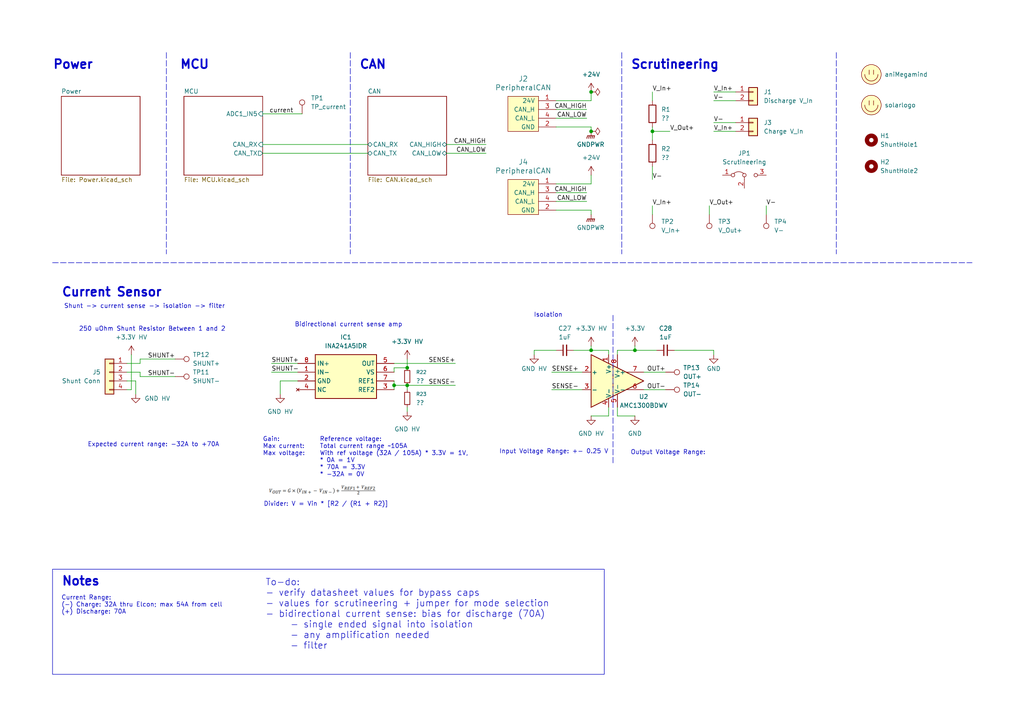
<source format=kicad_sch>
(kicad_sch (version 20250114) (generator "eeschema") (generator_version "9.0")
  (paper "A4")
  (lib_symbols
    (symbol "Amplifier_Difference:AMC1300BDWV" (pin_names (offset 0.127))
      (property "Reference" "U" (at 7.62 8.89 0))
      (property "Value" "AMC1300BDWV" (at 1.27 6.35 0))
      (symbol "AMC1300BDWV_0_1"
        (polyline (pts (xy -7.62 -7.62) (xy -7.62 7.62) (xy 7.62 0) (xy -7.62 -7.62)) (stroke (width 0.254)) (fill (type background)))
        (polyline (pts (xy -1.27 4.445) (xy -1.27 3.175)))
        (polyline (pts (xy -1.27 1.905) (xy -1.27 0.635)))
        (polyline (pts (xy -1.27 -0.635) (xy -1.27 -1.905)))
        (polyline (pts (xy -1.27 -3.175) (xy -1.27 -4.445)))
      )
      (symbol "AMC1300BDWV_1_1"
        (pin input line (at -10.16 2.54 0) (length 2.54) (name "+") (number "2"))
        (pin input line (at -10.16 -2.54 0) (length 2.54) (name "-") (number "3"))
        (pin power_in line (at -2.54 7.62 270) (length 2.54) (name "V+") (number "1"))
        (pin power_in line (at -2.54 -7.62 90) (length 2.54) (name "V-") (number "4"))
        (pin power_in line (at 0 7.62 270) (length 3.81) (name "V+") (number "8"))
        (pin power_in line (at 0 -7.62 90) (length 3.81) (name "V-") (number "5"))
        (pin output line (at 7.62 2.54 180) (length 5.08) (name "+") (number "7"))
        (pin output line (at 7.62 -2.54 180) (length 5.08) (name "-") (number "6"))
      )
    )
    (symbol "Connector:TestPoint" (pin_numbers (hide yes)) (pin_names (offset 0.762) (hide yes))
      (property "Reference" "TP" (at 0 6.858 0))
      (property "Value" "TestPoint" (at 0 5.08 0))
      (symbol "TestPoint_0_1"
        (circle (center 0 3.302) (radius 0.762))
      )
      (symbol "TestPoint_1_1"
        (pin passive line (at 0 0 90) (length 2.54) (name "1") (number "1"))
      )
    )
    (symbol "Connector_Generic:Conn_01x02" (pin_names (offset 1.016) (hide yes))
      (property "Reference" "J" (at 0 2.54 0))
      (property "Value" "Conn_01x02" (at 0 -5.08 0))
      (symbol "Conn_01x02_1_1"
        (rectangle (start -1.27 1.27) (end 1.27 -3.81) (stroke (width 0.254)) (fill (type background)))
        (rectangle (start -1.27 0.127) (end 0 -0.127) (stroke (width 0.1524)))
        (rectangle (start -1.27 -2.413) (end 0 -2.667) (stroke (width 0.1524)))
        (pin passive line (at -5.08 0 0) (length 3.81) (name "Pin_1") (number "1"))
        (pin passive line (at -5.08 -2.54 0) (length 3.81) (name "Pin_2") (number "2"))
      )
    )
    (symbol "Connector_Generic:Conn_01x04" (pin_names (offset 1.016) (hide yes))
      (property "Reference" "J" (at 0 5.08 0))
      (property "Value" "Conn_01x04" (at 0 -7.62 0))
      (symbol "Conn_01x04_1_1"
        (rectangle (start -1.27 3.81) (end 1.27 -6.35) (stroke (width 0.254)) (fill (type background)))
        (rectangle (start -1.27 2.667) (end 0 2.413) (stroke (width 0.1524)))
        (rectangle (start -1.27 0.127) (end 0 -0.127) (stroke (width 0.1524)))
        (rectangle (start -1.27 -2.413) (end 0 -2.667) (stroke (width 0.1524)))
        (rectangle (start -1.27 -4.953) (end 0 -5.207) (stroke (width 0.1524)))
        (pin passive line (at -5.08 2.54 0) (length 3.81) (name "Pin_1") (number "1"))
        (pin passive line (at -5.08 0 0) (length 3.81) (name "Pin_2") (number "2"))
        (pin passive line (at -5.08 -2.54 0) (length 3.81) (name "Pin_3") (number "3"))
        (pin passive line (at -5.08 -5.08 0) (length 3.81) (name "Pin_4") (number "4"))
      )
    )
    (symbol "Device:C" (pin_numbers (hide yes)) (pin_names (offset 0.254))
      (property "Reference" "C" (at 0.635 2.54 0))
      (property "Value" "C" (at 0.635 -2.54 0))
      (symbol "C_0_1"
        (polyline (pts (xy -2.032 0.762) (xy 2.032 0.762)) (stroke (width 0.508)))
        (polyline (pts (xy -2.032 -0.762) (xy 2.032 -0.762)) (stroke (width 0.508)))
      )
      (symbol "C_1_1"
        (pin passive line (at 0 3.81 270) (length 2.794) (name "~") (number "1"))
        (pin passive line (at 0 -3.81 90) (length 2.794) (name "~") (number "2"))
      )
    )
    (symbol "Device:C_Small" (pin_numbers (hide yes)) (pin_names (offset 0.254) (hide yes))
      (property "Reference" "C" (at 0.254 1.778 0))
      (property "Value" "C_Small" (at 0.254 -2.032 0))
      (symbol "C_Small_0_1"
        (polyline (pts (xy -1.524 0.508) (xy 1.524 0.508)) (stroke (width 0.3048)))
        (polyline (pts (xy -1.524 -0.508) (xy 1.524 -0.508)) (stroke (width 0.3302)))
      )
      (symbol "C_Small_1_1"
        (pin passive line (at 0 2.54 270) (length 2.032) (name "~") (number "1"))
        (pin passive line (at 0 -2.54 90) (length 2.032) (name "~") (number "2"))
      )
    )
    (symbol "Device:R" (pin_numbers (hide yes)) (pin_names (offset 0))
      (property "Reference" "R" (at 2.032 0 90))
      (property "Value" "R" (at 0 0 90))
      (symbol "R_0_1"
        (rectangle (start -1.016 -2.54) (end 1.016 2.54) (stroke (width 0.254)))
      )
      (symbol "R_1_1"
        (pin passive line (at 0 3.81 270) (length 1.27) (name "~") (number "1"))
        (pin passive line (at 0 -3.81 90) (length 1.27) (name "~") (number "2"))
      )
    )
    (symbol "Device:R_Small" (pin_numbers (hide yes)) (pin_names (offset 0.254) (hide yes))
      (property "Reference" "R" (at 0 0 90))
      (property "Value" "R_Small" (at 1.778 0 90))
      (symbol "R_Small_0_1"
        (rectangle (start -0.762 1.778) (end 0.762 -1.778) (stroke (width 0.2032)))
      )
      (symbol "R_Small_1_1"
        (pin passive line (at 0 2.54 270) (length 0.762) (name "~") (number "1"))
        (pin passive line (at 0 -2.54 90) (length 0.762) (name "~") (number "2"))
      )
    )
    (symbol "Device:R_Small_US" (pin_numbers (hide yes)) (pin_names (offset 0.254) (hide yes))
      (property "Reference" "R" (at 0.762 0.508 0))
      (property "Value" "R_Small_US" (at 0.762 -1.016 0))
      (symbol "R_Small_US_1_1"
        (polyline (pts (xy 0 1.524) (xy 1.016 1.143) (xy 0 0.762) (xy -1.016 0.381) (xy 0 0)))
        (polyline (pts (xy 0 0) (xy 1.016 -0.381) (xy 0 -0.762) (xy -1.016 -1.143) (xy 0 -1.524)))
        (pin passive line (at 0 2.54 270) (length 1.016) (name "~") (number "1"))
        (pin passive line (at 0 -2.54 90) (length 1.016) (name "~") (number "2"))
      )
    )
    (symbol "GND_2" (power) (pin_numbers (hide yes)) (pin_names (offset 0) (hide yes))
      (property "Value" "GND" (at 0 -3.81 0))
      (symbol "GND_2_0_1"
        (polyline (pts (xy 0 0) (xy 0 -1.27) (xy 1.27 -1.27) (xy 0 -2.54) (xy -1.27 -1.27) (xy 0 -1.27)))
      )
      (symbol "GND_2_1_1"
        (pin power_in line (at 0 0 270) (length 0) (name "~") (number "1"))
      )
    )
    (symbol "INA145:INA145UA_2K5" (pin_names (offset 0.254))
      (property "Reference" "U" (at 27.94 10.16 0))
      (property "Value" "INA145UA/2K5" (at 27.94 7.62 0))
      (symbol "INA145UA_2K5_0_1"
        (polyline (pts (xy 7.62 5.08) (xy 7.62 -12.7)) (stroke (width 0.127)))
        (polyline (pts (xy 7.62 -12.7) (xy 48.26 -12.7)) (stroke (width 0.127)))
        (polyline (pts (xy 48.26 5.08) (xy 7.62 5.08)) (stroke (width 0.127)))
        (polyline (pts (xy 48.26 -12.7) (xy 48.26 5.08)) (stroke (width 0.127)))
        (pin unspecified line (at 0 0 0) (length 7.62) (name "REF") (number "1"))
        (pin input line (at 0 -2.54 0) (length 7.62) (name "V-IN") (number "2"))
        (pin input line (at 0 -5.08 0) (length 7.62) (name "V+IN") (number "3"))
        (pin power_in line (at 0 -7.62 0) (length 7.62) (name "V-") (number "4"))
        (pin output line (at 55.88 0 180) (length 7.62) (name "VO1") (number "8"))
        (pin power_in line (at 55.88 -2.54 180) (length 7.62) (name "V+") (number "7"))
        (pin output line (at 55.88 -5.08 180) (length 7.62) (name "VO") (number "6"))
        (pin unspecified line (at 55.88 -7.62 180) (length 7.62) (name "RG") (number "5"))
      )
    )
    (symbol "INA241:INA241A5IDR"
      (property "Reference" "IC1" (at 13.97 7.62 0))
      (property "Value" "INA241A5IDR" (at 13.97 5.08 0))
      (symbol "INA241A5IDR_1_1"
        (rectangle (start 5.08 2.54) (end 22.86 -10.16) (stroke (width 0.254)) (fill (type background)))
        (pin passive line (at 0 0 0) (length 5.08) (name "IN+") (number "8"))
        (pin passive line (at 0 -2.54 0) (length 5.08) (name "IN-") (number "1"))
        (pin passive line (at 0 -5.08 0) (length 5.08) (name "GND") (number "2"))
        (pin no_connect line (at 0 -7.62 0) (length 5.08) (name "NC") (number "4"))
        (pin passive line (at 27.94 0 180) (length 5.08) (name "OUT") (number "5"))
        (pin passive line (at 27.94 -2.54 180) (length 5.08) (name "VS") (number "6"))
        (pin passive line (at 27.94 -5.08 180) (length 5.08) (name "REF1") (number "7"))
        (pin passive line (at 27.94 -7.62 180) (length 5.08) (name "REF2") (number "3"))
      )
    )
    (symbol "Jumper:Jumper_3_Bridged12" (pin_names (offset 0) (hide yes)) (in_bom no)
      (property "Reference" "JP" (at -2.54 -2.54 0))
      (property "Value" "Jumper_3_Bridged12" (at 0 2.794 0))
      (symbol "Jumper_3_Bridged12_0_0"
        (circle (center -3.302 0) (radius 0.508))
        (circle (center 0 0) (radius 0.508))
        (circle (center 3.302 0) (radius 0.508))
      )
      (symbol "Jumper_3_Bridged12_0_1"
        (arc (start -3.048 0.508) (mid -1.651 0.9912) (end -0.254 0.508))
        (polyline (pts (xy 0 -1.27) (xy 0 -0.508)))
      )
      (symbol "Jumper_3_Bridged12_1_1"
        (pin passive line (at -6.35 0 0) (length 2.54) (name "A") (number "1"))
        (pin passive line (at 0 -3.81 90) (length 2.54) (name "C") (number "2"))
        (pin passive line (at 6.35 0 180) (length 2.54) (name "B") (number "3"))
      )
    )
    (symbol "Mechanical:MountingHole" (pin_names (offset 1.016)) (in_bom no)
      (property "Reference" "H" (at 0 5.08 0))
      (property "Value" "MountingHole" (at 0 3.175 0))
      (symbol "MountingHole_0_1"
        (circle (center 0 0) (radius 1.27) (stroke (width 1.27)))
      )
    )
    (symbol "RBE01:RBE01VYM6AFHTR" (pin_names (hide yes))
      (property "Reference" "D" (at 12.7 8.89 0))
      (property "Value" "RBE01VYM6AFHTR" (at 12.7 6.35 0))
      (symbol "RBE01VYM6AFHTR_1_1"
        (polyline (pts (xy 5.08 0) (xy 7.62 0)) (stroke (width 0.254)))
        (polyline (pts (xy 6.604 -1.524) (xy 6.604 -2.54)) (stroke (width 0.254)))
        (polyline (pts (xy 7.62 2.54) (xy 7.62 -2.54)) (stroke (width 0.254)))
        (polyline (pts (xy 7.62 2.54) (xy 8.636 2.54)) (stroke (width 0.254)))
        (polyline (pts (xy 7.62 0) (xy 12.7 2.54) (xy 12.7 -2.54) (xy 7.62 0)) (stroke (width 0.254)) (fill (type outline)))
        (polyline (pts (xy 7.62 -2.54) (xy 6.604 -2.54)) (stroke (width 0.254)))
        (polyline (pts (xy 8.636 1.524) (xy 8.636 2.54)) (stroke (width 0.254)))
        (polyline (pts (xy 12.7 0) (xy 15.24 0)) (stroke (width 0.254)))
        (pin passive line (at 2.54 0 0) (length 2.54) (name "K") (number "1"))
        (pin passive line (at 17.78 0 180) (length 2.54) (name "A") (number "2"))
      )
    )
    (symbol "power:+24V" (power) (pin_numbers (hide yes)) (pin_names (offset 0) (hide yes))
      (property "Value" "+24V" (at 0 3.556 0))
      (symbol "+24V_0_1"
        (polyline (pts (xy -0.762 1.27) (xy 0 2.54)))
        (polyline (pts (xy 0 2.54) (xy 0.762 1.27)))
        (polyline (pts (xy 0 0) (xy 0 2.54)))
      )
      (symbol "+24V_1_1"
        (pin power_in line (at 0 0 90) (length 0) (name "~") (number "1"))
      )
    )
    (symbol "power:+3.3V" (power) (pin_numbers (hide yes)) (pin_names (offset 0) (hide yes))
      (property "Value" "+3.3V" (at 0 3.556 0))
      (symbol "+3.3V_0_1"
        (polyline (pts (xy -0.762 1.27) (xy 0 2.54)))
        (polyline (pts (xy 0 2.54) (xy 0.762 1.27)))
        (polyline (pts (xy 0 0) (xy 0 2.54)))
      )
      (symbol "+3.3V_1_1"
        (pin power_in line (at 0 0 90) (length 0) (name "~") (number "1"))
      )
    )
    (symbol "power:GND" (power) (pin_numbers (hide yes)) (pin_names (offset 0) (hide yes))
      (property "Value" "GND" (at 0 -3.81 0))
      (symbol "GND_0_1"
        (polyline (pts (xy 0 0) (xy 0 -1.27) (xy 1.27 -1.27) (xy 0 -2.54) (xy -1.27 -1.27) (xy 0 -1.27)))
      )
      (symbol "GND_1_1"
        (pin power_in line (at 0 0 270) (length 0) (name "~") (number "1"))
      )
    )
    (symbol "power:GNDPWR" (power) (pin_numbers (hide yes)) (pin_names (offset 0) (hide yes))
      (property "Value" "GNDPWR" (at 0 -3.302 0))
      (symbol "GNDPWR_0_1"
        (polyline (pts (xy -1.016 -1.27) (xy -1.27 -2.032) (xy -1.27 -2.032)) (stroke (width 0.2032)))
        (polyline (pts (xy -0.508 -1.27) (xy -0.762 -2.032) (xy -0.762 -2.032)) (stroke (width 0.2032)))
        (polyline (pts (xy 0 -1.27) (xy 0 0)))
        (polyline (pts (xy 0 -1.27) (xy -0.254 -2.032) (xy -0.254 -2.032)) (stroke (width 0.2032)))
        (polyline (pts (xy 0.508 -1.27) (xy 0.254 -2.032) (xy 0.254 -2.032)) (stroke (width 0.2032)))
        (polyline (pts (xy 1.016 -1.27) (xy -1.016 -1.27) (xy -1.016 -1.27)) (stroke (width 0.2032)))
        (polyline (pts (xy 1.016 -1.27) (xy 0.762 -2.032) (xy 0.762 -2.032) (xy 0.762 -2.032)) (stroke (width 0.2032)))
      )
      (symbol "GNDPWR_1_1"
        (pin power_in line (at 0 0 270) (length 0) (name "~") (number "1"))
      )
    )
    (symbol "power:PWR_FLAG" (power) (pin_numbers (hide yes)) (pin_names (offset 0) (hide yes))
      (property "Value" "PWR_FLAG" (at 0 3.81 0))
      (symbol "PWR_FLAG_0_0"
        (pin power_out line (at 0 0 90) (length 0) (name "~") (number "1"))
      )
      (symbol "PWR_FLAG_0_1"
        (polyline (pts (xy 0 0) (xy 0 1.27) (xy -1.016 1.905) (xy 0 2.54) (xy 1.016 1.905) (xy 0 1.27)))
      )
    )
    (symbol "utsvt-connectors:PeripheralCANConnector" (pin_names (offset 1.016))
      (property "Reference" "J" (at 0.762 9.144 0))
      (property "Value" "PeripheralCAN" (at 8.128 6.858 0))
      (symbol "PeripheralCANConnector_0_1"
        (rectangle (start -3.81 5.08) (end 5.08 -5.08) (fill (type background)))
      )
      (symbol "PeripheralCANConnector_1_1"
        (pin power_in line (at 10.16 3.81 180) (length 5.08) (name "24V") (number "1"))
        (pin bidirectional line (at 10.16 1.27 180) (length 5.08) (name "CAN_H") (number "3"))
        (pin bidirectional line (at 10.16 -1.27 180) (length 5.08) (name "CAN_L") (number "4"))
        (pin power_in line (at 10.16 -3.81 180) (length 5.08) (name "GND") (number "2"))
      )
    )
    (symbol "utsvt-misc:Logo_Placeholder" (pin_names (offset 1.016))
      (property "Value" "Dr. Hallock" (at 3.556 0 0))
      (symbol "Logo_Placeholder_0_1"
        (polyline (pts (xy -0.635 1.27) (xy -0.635 0)))
        (arc (start 1.905 0) (mid 0 -1.8967) (end -1.905 0))
        (circle (center 0 0) (radius 2.8448) (fill (type background)))
        (polyline (pts (xy 0.635 1.27) (xy 0.635 0)))
      )
    )
  )
  (rectangle (start 15.24 165.1) (end 175.26 195.58))
  (text "Maximum Voltage Protected: -2.7V - 6V" (at 430.276 128.27 0) (effects (font (size 1.27 1.27))))
  (text "Scrutineering" (at 182.88 20.32 0) (effects (font (size 2.54 2.54) (thickness 0.508) (bold yes)) (justify left bottom)))
  (text "Shunt -> current sense -> isolation -> filter" (at 18.542 88.9 0) (effects (font (size 1.27 1.27)) (justify left)))
  (text "Output Voltage Range: 0V - 3.25V" (at 394.462 115.062 0) (effects (font (size 1.27 1.27))))
  (text "Total Gain (V/A): 0.027" (at 330.454 124.714 0) (effects (font (size 1.27 1.27))))
  (text "Isolation" (at 159.004 91.44 0) (effects (font (size 1.27 1.27))))
  (text "Output Voltage Range: " (at 182.88 130.556 0) (effects (font (size 1.27 1.27)) (justify left top)))
  (text "Bidirectional current sense amp" (at 101.092 94.234 0) (effects (font (size 1.27 1.27))))
  (text "Notes" (at 17.78 170.18 0) (effects (font (size 2.54 2.54) (thickness 0.508) (bold yes)) (justify left bottom)))
  (text "CAN" (at 104.14 20.32 0) (effects (font (size 2.54 2.54) (thickness 0.508) (bold yes)) (justify left bottom)))
  (text "Power" (at 15.24 20.32 0) (effects (font (size 2.54 2.54) (thickness 0.508) (bold yes)) (justify left bottom)))
  (text "Set cutoff frequency to < 100Hz" (at 336.55 71.628 0) (effects (font (size 1.27 1.27))))
  (text "Set cutoff frequency to < 100Hz" (at 331.978 115.062 0) (effects (font (size 1.27 1.27))))
  (text "Input Voltage Range: +- 0.25 V" (at 144.78 130.302 0) (effects (font (size 1.27 1.27)) (justify left top)))
  (text "Set cutoff frequency to < 100Hz" (at 436.626 84.328 0) (effects (font (size 1.27 1.27))))
  (text "Gain:\nMax current:\nMax voltage:\n" (at 76.2 126.746 0) (effects (font (size 1.27 1.27)) (justify left top)))
  (text "Current Sensor" (at 17.78 86.36 0) (effects (font (size 2.54 2.54) (thickness 0.508) (bold yes)) (justify left bottom)))
  (text "MCU" (at 52.07 20.32 0) (effects (font (size 2.54 2.54) (thickness 0.508) (bold yes)) (justify left bottom)))
  (text "Divider: V = Vin * [R2 / (R1 + R2)]" (at 76.454 145.542 0) (effects (font (size 1.27 1.27)) (justify left top)))
  (text "Current Range:\n(-) Charge: 32A thru Elcon; max 54A from cell\n(+) Discharge: 70A" (at 17.78 172.72 0) (effects (font (size 1.27 1.27)) (justify left top)))
  (text "Expected current range: -32A to +70A" (at 25.4 128.27 0) (effects (font (size 1.27 1.27)) (justify left top)))
  (text "Reference voltage:\nTotal current range ~105A\nWith ref voltage (32A / 105A) * 3.3V = 1V,\n* 0A = 1V\n* 70A = 3.3V\n* -32A = 0V" (at 92.71 126.746 0) (effects (font (size 1.27 1.27)) (justify left top)))
  (text "250 uOhm Shunt Resistor Between 1 and 2\n" (at 22.86 95.504 0) (effects (font (size 1.27 1.27)) (justify left)))
  (text "To-do:\n- verify datasheet values for bypass caps\n- values for scrutineering + jumper for mode selection\n- bidirectional current sense: bias for discharge (70A)\n	- single ended signal into isolation\n	- any amplification needed\n	- filter" (at 76.962 167.894 0) (effects (font (size 1.905 1.905)) (justify left top)))
  (text "Max Protected Current: 222A" (at 332.994 128.27 0) (effects (font (size 1.27 1.27))))
  (junction (at 430.53 104.14))
  (junction (at 171.45 101.6))
  (junction (at 411.48 86.36))
  (junction (at 184.15 101.6))
  (junction (at 335.28 99.06))
  (junction (at 171.45 26.67))
  (junction (at 431.8 101.6))
  (junction (at 114.3 111.76))
  (junction (at 189.23 38.1))
  (junction (at 431.8 95.25))
  (junction (at 416.56 104.14))
  (junction (at 335.28 106.68))
  (junction (at 171.45 38.1))
  (junction (at 118.11 106.68))
  (junction (at 118.11 111.76))
  (junction (at 416.56 109.22))
  (junction (at 411.48 95.25))
  (no_connect (at 410.21 99.06))
  (wire (pts (xy 39.37 110.49) (xy 39.37 114.3)))
  (wire (pts (xy 161.29 34.29) (xy 170.18 34.29)))
  (wire (pts (xy 129.54 41.91) (xy 140.97 41.91)))
  (wire (pts (xy 189.23 38.1) (xy 189.23 40.64)))
  (wire (pts (xy 179.07 101.6) (xy 184.15 101.6)))
  (wire (pts (xy 349.25 106.68) (xy 335.28 106.68)))
  (wire (pts (xy 327.66 82.55) (xy 327.66 83.82)))
  (wire (pts (xy 184.15 100.33) (xy 184.15 101.6)))
  (wire (pts (xy 114.3 111.76) (xy 118.11 111.76)))
  (wire (pts (xy 76.2 44.45) (xy 106.68 44.45)))
  (wire (pts (xy 179.07 118.11) (xy 179.07 120.65)))
  (wire (pts (xy 161.29 36.83) (xy 171.45 36.83)))
  (wire (pts (xy 431.8 95.25) (xy 431.8 101.6)))
  (wire (pts (xy 114.3 106.68) (xy 118.11 106.68)))
  (wire (pts (xy 78.74 107.95) (xy 86.36 107.95)))
  (wire (pts (xy 327.66 78.74) (xy 330.2 78.74)))
  (wire (pts (xy 76.2 33.02) (xy 87.63 33.02)))
  (wire (pts (xy 171.45 26.67) (xy 171.45 29.21)))
  (wire (pts (xy 195.58 101.6) (xy 207.01 101.6)))
  (wire (pts (xy 205.74 59.69) (xy 205.74 62.23)))
  (wire (pts (xy 36.83 110.49) (xy 39.37 110.49)))
  (wire (pts (xy 118.11 106.68) (xy 118.11 104.14)))
  (wire (pts (xy 176.53 120.65) (xy 171.45 120.65)))
  (wire (pts (xy 161.29 60.96) (xy 171.45 60.96)))
  (wire (pts (xy 353.06 92.71) (xy 353.06 99.06)))
  (wire (pts (xy 325.12 82.55) (xy 327.66 82.55)))
  (wire (pts (xy 118.11 111.76) (xy 132.08 111.76)))
  (wire (pts (xy 189.23 59.69) (xy 189.23 62.23)))
  (wire (pts (xy 176.53 118.11) (xy 176.53 120.65)))
  (wire (pts (xy 207.01 26.67) (xy 213.36 26.67)))
  (wire (pts (xy 36.83 105.41) (xy 40.64 105.41)))
  (wire (pts (xy 161.29 55.88) (xy 170.18 55.88)))
  (wire (pts (xy 431.8 101.6) (xy 431.8 104.14)))
  (wire (pts (xy 416.56 109.22) (xy 410.21 109.22)))
  (wire (pts (xy 410.21 104.14) (xy 416.56 104.14)))
  (wire (pts (xy 349.25 104.14) (xy 354.33 104.14)))
  (wire (pts (xy 171.45 100.33) (xy 171.45 101.6)))
  (polyline (pts (xy 48.26 15.24) (xy 48.26 73.66)) (stroke (width 0) (type dash)))
  (wire (pts (xy 171.45 101.6) (xy 176.53 101.6)))
  (wire (pts (xy 179.07 101.6) (xy 179.07 102.87)))
  (wire (pts (xy 118.11 111.76) (xy 118.11 113.03)))
  (wire (pts (xy 189.23 38.1) (xy 194.31 38.1)))
  (wire (pts (xy 207.01 29.21) (xy 213.36 29.21)))
  (wire (pts (xy 160.02 107.95) (xy 168.91 107.95)))
  (wire (pts (xy 436.88 95.25) (xy 441.96 95.25)))
  (wire (pts (xy 171.45 36.83) (xy 171.45 38.1)))
  (wire (pts (xy 184.15 101.6) (xy 190.5 101.6)))
  (wire (pts (xy 40.64 105.41) (xy 40.64 104.14)))
  (wire (pts (xy 171.45 29.21) (xy 161.29 29.21)))
  (wire (pts (xy 36.83 113.03) (xy 38.1 113.03)))
  (wire (pts (xy 114.3 111.76) (xy 114.3 113.03)))
  (wire (pts (xy 81.28 110.49) (xy 81.28 114.3)))
  (wire (pts (xy 154.94 101.6) (xy 154.94 102.87)))
  (wire (pts (xy 38.1 113.03) (xy 38.1 102.87)))
  (wire (pts (xy 171.45 53.34) (xy 161.29 53.34)))
  (wire (pts (xy 189.23 36.83) (xy 189.23 38.1)))
  (wire (pts (xy 186.69 107.95) (xy 193.04 107.95)))
  (wire (pts (xy 325.12 80.01) (xy 327.66 80.01)))
  (wire (pts (xy 161.29 58.42) (xy 170.18 58.42)))
  (wire (pts (xy 114.3 107.95) (xy 114.3 106.68)))
  (wire (pts (xy 171.45 60.96) (xy 171.45 62.23)))
  (wire (pts (xy 161.29 101.6) (xy 154.94 101.6)))
  (wire (pts (xy 81.28 110.49) (xy 86.36 110.49)))
  (wire (pts (xy 129.54 44.45) (xy 140.97 44.45)))
  (wire (pts (xy 78.74 105.41) (xy 86.36 105.41)))
  (wire (pts (xy 411.48 95.25) (xy 411.48 101.6)))
  (wire (pts (xy 327.66 80.01) (xy 327.66 78.74)))
  (wire (pts (xy 347.98 92.71) (xy 353.06 92.71)))
  (wire (pts (xy 207.01 35.56) (xy 213.36 35.56)))
  (wire (pts (xy 349.25 101.6) (xy 354.33 101.6)))
  (polyline (pts (xy 15.24 76.2) (xy 281.94 76.2)) (stroke (width 0) (type dash)))
  (polyline (pts (xy 101.6 15.24) (xy 101.6 73.66)) (stroke (width 0) (type dash)))
  (wire (pts (xy 171.45 50.8) (xy 171.45 53.34)))
  (wire (pts (xy 410.21 109.22) (xy 410.21 106.68)))
  (wire (pts (xy 330.2 106.68) (xy 335.28 106.68)))
  (wire (pts (xy 320.04 106.68) (xy 325.12 106.68)))
  (wire (pts (xy 161.29 31.75) (xy 170.18 31.75)))
  (wire (pts (xy 114.3 105.41) (xy 132.08 105.41)))
  (wire (pts (xy 189.23 48.26) (xy 189.23 52.07)))
  (wire (pts (xy 349.25 104.14) (xy 349.25 106.68)))
  (wire (pts (xy 400.05 86.36) (xy 403.86 86.36)))
  (wire (pts (xy 353.06 99.06) (xy 354.33 99.06)))
  (polyline (pts (xy 177.8 91.44) (xy 177.8 134.62)) (stroke (width 0) (type dash)))
  (wire (pts (xy 189.23 26.67) (xy 189.23 29.21)))
  (wire (pts (xy 349.25 99.06) (xy 335.28 99.06)))
  (wire (pts (xy 166.37 101.6) (xy 171.45 101.6)))
  (wire (pts (xy 330.2 99.06) (xy 335.28 99.06)))
  (wire (pts (xy 36.83 107.95) (xy 40.64 107.95)))
  (wire (pts (xy 40.64 104.14) (xy 50.8 104.14)))
  (wire (pts (xy 411.48 101.6) (xy 410.21 101.6)))
  (wire (pts (xy 430.53 104.14) (xy 431.8 104.14)))
  (wire (pts (xy 411.48 85.09) (xy 411.48 86.36)))
  (wire (pts (xy 179.07 120.65) (xy 184.15 120.65)))
  (polyline (pts (xy 242.57 15.24) (xy 242.57 73.66)) (stroke (width 0) (type dash)))
  (wire (pts (xy 114.3 110.49) (xy 114.3 111.76)))
  (wire (pts (xy 327.66 83.82) (xy 330.2 83.82)))
  (wire (pts (xy 176.53 101.6) (xy 176.53 102.87)))
  (wire (pts (xy 40.64 109.22) (xy 50.8 109.22)))
  (wire (pts (xy 40.64 107.95) (xy 40.64 109.22)))
  (wire (pts (xy 186.69 113.03) (xy 193.04 113.03)))
  (wire (pts (xy 222.25 59.69) (xy 222.25 62.23)))
  (wire (pts (xy 411.48 86.36) (xy 411.48 95.25)))
  (wire (pts (xy 207.01 101.6) (xy 207.01 102.87)))
  (wire (pts (xy 160.02 113.03) (xy 168.91 113.03)))
  (wire (pts (xy 118.11 118.11) (xy 118.11 119.38)))
  (wire (pts (xy 76.2 41.91) (xy 106.68 41.91)))
  (wire (pts (xy 320.04 99.06) (xy 325.12 99.06)))
  (wire (pts (xy 349.25 99.06) (xy 349.25 101.6)))
  (wire (pts (xy 207.01 38.1) (xy 213.36 38.1)))
  (wire (pts (xy 416.56 104.14) (xy 430.53 104.14)))
  (wire (pts (xy 411.48 95.25) (xy 416.56 95.25)))
  (polyline (pts (xy 180.34 15.24) (xy 180.34 73.66)) (stroke (width 0) (type dash)))
  (image (at 93.218 141.986) (scale 0.288836))
  (label "SHUNT+" (at 50.8 104.14 180))
  (label "OUTN" (at 320.04 99.06 0))
  (label "CAN_HIGH" (at 170.18 55.88 180))
  (label "OUT-" (at 193.04 113.03 180))
  (label "V_In+" (at 207.01 26.67 0))
  (label "OUTP" (at 320.04 106.68 0))
  (label "V-" (at 222.25 59.69 0))
  (label "V-" (at 207.01 29.21 0))
  (label "CAN_LOW" (at 140.97 44.45 180))
  (label "CAN_LOW" (at 170.18 58.42 180))
  (label "SENSE-" (at 160.02 113.03 0))
  (label "V-" (at 189.23 52.07 0))
  (label "current" (at 85.09 33.02 180))
  (label "CAN_HIGH" (at 140.97 41.91 180))
  (label "V_In+" (at 207.01 38.1 0))
  (label "SHUNT-" (at 78.74 107.95 0))
  (label "V_In+" (at 189.23 26.67 0))
  (label "SENSE+" (at 132.08 105.41 180))
  (label "SHUNT+" (at 78.74 105.41 0))
  (label "SENSE-" (at 132.08 111.76 180))
  (label "V_Out+" (at 205.74 59.69 0))
  (label "current" (at 441.96 95.25 0))
  (label "SHUNT-" (at 50.8 109.22 180))
  (label "V-" (at 207.01 35.56 0))
  (label "V_Out+" (at 194.31 38.1 0))
  (label "CAN_HIGH" (at 170.18 31.75 180))
  (label "OUT+" (at 193.04 107.95 180))
  (label "V_In+" (at 189.23 59.69 0))
  (label "SENSE+" (at 160.02 107.95 0))
  (label "CAN_LOW" (at 170.18 34.29 180))
  (symbol (lib_id "Mechanical:MountingHole") (at 252.73 48.26 0) (unit 1) (in_bom no)
    (property "Reference" "H2" (at 255.27 46.9899 0) (effects (justify left)))
    (property "Value" "ShuntHole2" (at 255.27 49.5299 0) (effects (justify left)))
    (property "Description" "Mounting Hole without connection" (effects (hide yes)))
  )
  (symbol (lib_id "power:+3.3V") (at 184.15 100.33 0) (unit 1)
    (property "Reference" "#PWR017" (effects (hide yes)))
    (property "Value" "+3.3V" (at 184.15 95.25 0))
    (property "Description" "Power symbol creates a global label with name \"+3.3V\"" (effects (hide yes)))
  )
  (symbol (lib_id "Device:R_Small_US") (at 322.58 82.55 270) (unit 1) (dnp yes)
    (property "Reference" "R6" (at 322.58 87.63 90))
    (property "Value" "2.4k" (at 322.58 85.09 90))
    (property "Footprint" "Resistor_SMD:R_0805_2012Metric" (effects (hide yes)))
    (property "Description" "Resistor, small US symbol" (effects (hide yes)))
    (property "Mfg" "CRCW08051K20FKEA" (effects (hide yes)))
  )
  (symbol (lib_id "Mechanical:MountingHole") (at 252.73 40.64 0) (unit 1) (in_bom no)
    (property "Reference" "H1" (at 255.27 39.3699 0) (effects (justify left)))
    (property "Value" "ShuntHole1" (at 255.27 41.9099 0) (effects (justify left)))
    (property "Description" "Mounting Hole without connection" (effects (hide yes)))
  )
  (symbol (lib_id "power:+3.3V") (at 118.11 104.14 0) (unit 1)
    (property "Reference" "#PWR071" (effects (hide yes)))
    (property "Value" "+3.3V HV" (at 118.11 99.06 0))
    (property "Description" "Power symbol creates a global label with name \"+3.3V\"" (effects (hide yes)))
  )
  (symbol (lib_id "power:GND") (at 416.56 114.3 0) (unit 1) (dnp yes)
    (property "Reference" "#PWR012" (effects (hide yes)))
    (property "Value" "GND" (at 416.56 119.38 0))
    (property "Description" "Power symbol creates a global label with name \"GND\" , ground" (effects (hide yes)))
  )
  (symbol (lib_id "power:GND") (at 171.45 120.65 0) (unit 1)
    (property "Reference" "#PWR015" (effects (hide yes)))
    (property "Value" "GND HV" (at 171.45 125.73 0))
    (property "Description" "Power symbol creates a global label with name \"GND\" , ground" (effects (hide yes)))
  )
  (symbol (lib_id "power:GND") (at 430.53 119.38 0) (unit 1) (dnp yes)
    (property "Reference" "#PWR013" (effects (hide yes)))
    (property "Value" "GND" (at 430.53 124.46 0))
    (property "Description" "Power symbol creates a global label with name \"GND\" , ground" (effects (hide yes)))
  )
  (symbol (lib_id "Device:R") (at 189.23 33.02 0) (unit 1)
    (property "Reference" "R1" (at 191.77 31.7499 0) (effects (justify left)))
    (property "Value" "??" (at 191.77 34.2899 0) (effects (justify left)))
    (property "Footprint" "Resistor_SMD:R_0805_2012Metric" (effects (hide yes)))
    (property "Description" "Resistor" (effects (hide yes)))
  )
  (symbol (lib_id "Connector:TestPoint") (at 189.23 62.23 180) (unit 1)
    (property "Reference" "TP2" (at 191.77 64.2619 0) (effects (justify right)))
    (property "Value" "V_In+" (at 191.77 66.8019 0) (effects (justify right)))
    (property "Footprint" "TestPoint:TestPoint_Pad_2.0x2.0mm" (effects (hide yes)))
    (property "Description" "test point" (effects (hide yes)))
  )
  (symbol (lib_id "power:PWR_FLAG") (at 171.45 26.67 270) (unit 1)
    (property "Reference" "#FLG03" (effects (hide yes)))
    (property "Value" "PWR_FLAG" (effects (hide yes)))
    (property "Description" "Special symbol for telling ERC where power comes from" (effects (hide yes)))
  )
  (symbol (lib_id "INA241:INA241A5IDR") (at 86.36 105.41 0) (unit 1)
    (property "Reference" "IC1" (at 100.33 97.79 0))
    (property "Value" "INA241A5IDR" (at 100.33 100.33 0))
    (property "Footprint" "SOIC127P600X175-8N" (effects (hide yes)))
    (property "Datasheet" "https://www.ti.com/lit/ds/symlink/ina241a.pdf?ts=1712302873194&ref_url=https%253A%252F%252Fwww.mouser.in%252F" (effects (hide yes)))
    (property "Description" "Current Sense Amplifiers -5-V to 110-V bidirectional ultraprecise current sense amplifier with enhanced PWM rejection 8-SOIC -40 to 125" (effects (hide yes)))
    (property "Height" "1.75" (effects (hide yes)))
    (property "Mouser Part Number" "595-INA241A5IDR" (effects (hide yes)))
    (property "Mouser Price/Stock" "https://www.mouser.co.uk/ProductDetail/Texas-Instruments/INA241A5IDR?qs=ST9lo4GX8V3geNjZJSmQBQ%3D%3D" (effects (hide yes)))
    (property "Manufacturer_Name" "Texas Instruments" (effects (hide yes)))
    (property "Manufacturer_Part_Number" "INA241A5IDR" (effects (hide yes)))
  )
  (symbol (lib_id "Connector:TestPoint") (at 222.25 62.23 180) (unit 1)
    (property "Reference" "TP4" (at 224.536 64.2619 0) (effects (justify right)))
    (property "Value" "V-" (at 224.536 66.8019 0) (effects (justify right)))
    (property "Footprint" "TestPoint:TestPoint_Pad_2.0x2.0mm" (effects (hide yes)))
    (property "Description" "test point" (effects (hide yes)))
  )
  (symbol (lib_id "Device:R_Small") (at 118.11 115.57 0) (unit 1)
    (property "Reference" "R23" (at 120.65 114.2999 0) (effects (font (size 1.016 1.016)) (justify left)))
    (property "Value" "??" (at 120.65 116.8399 0) (effects (justify left)))
    (property "Description" "Resistor, small symbol" (effects (hide yes)))
  )
  (symbol (lib_id "Connector:TestPoint") (at 193.04 113.03 270) (unit 1)
    (property "Reference" "TP14" (at 198.12 111.7599 90) (effects (justify left)))
    (property "Value" "OUT-" (at 198.12 114.2999 90) (effects (justify left)))
    (property "Description" "test point" (effects (hide yes)))
  )
  (symbol (lib_id "RBE01:RBE01VYM6AFHTR") (at 414.02 95.25 0) (unit 1) (dnp yes)
    (property "Reference" "D1" (at 424.18 87.63 0))
    (property "Value" "RBE01VYM6AFHTR" (at 424.18 90.17 0))
    (property "Footprint" "Parts:RBE01VYM6AFHTR" (effects (hide yes)))
    (property "Datasheet" "https://fscdn.rohm.com/en/products/databook/datasheet/discrete/diode/schottky_barrier/rbe01vym6afhtr-e.pdf" (effects (hide yes)))
    (property "Description" "Schottky Diodes & Rectifiers 6V, 100mA, SOD-323HE, Schottky Barrier Diode for Automotive" (effects (hide yes)))
    (property "Height" "0.8" (effects (hide yes)))
    (property "Mouser Part Number" "755-RBE01VYM6AFHTR" (effects (hide yes)))
    (property "Mouser Price/Stock" "https://www.mouser.co.uk/ProductDetail/ROHM-Semiconductor/RBE01VYM6AFHTR?qs=VVKQmw408U8czvswzPLZtQ%3D%3D" (effects (hide yes)))
    (property "Manufacturer_Name" "ROHM Semiconductor" (effects (hide yes)))
    (property "Manufacturer_Part_Number" "RBE01VYM6AFHTR" (effects (hide yes)))
  )
  (symbol (lib_id "utsvt-misc:Logo_Placeholder") (at 252.73 21.59 0) (unit 1)
    (property "Reference" "LOGO1" (effects (hide yes)))
    (property "Value" "aniMegamind" (at 256.54 21.5899 0) (effects (justify left)))
    (property "Footprint" "UTSVT_Logos:Hallock_Image_Small" (effects (hide yes)))
    (property "Description" "Graph footprint placeholder" (effects (hide yes)))
  )
  (symbol (lib_id "Device:C") (at 335.28 102.87 0) (unit 1) (dnp yes)
    (property "Reference" "C4" (at 339.09 101.5999 0) (effects (justify left)))
    (property "Value" "2.2uF" (at 339.09 104.1399 0) (effects (justify left)))
    (property "Footprint" "Capacitor_SMD:C_0805_2012Metric" (effects (hide yes)))
    (property "Description" "Unpolarized capacitor" (effects (hide yes)))
  )
  (symbol (lib_id "power:GND") (at 39.37 114.3 0) (unit 1)
    (property "Reference" "#PWR011" (effects (hide yes)))
    (property "Value" "GND HV" (at 41.91 115.5699 0) (effects (justify left)))
    (property "Description" "Power symbol creates a global label with name \"GND\" , ground" (effects (hide yes)))
  )
  (symbol (lib_id "Connector:TestPoint") (at 193.04 107.95 270) (unit 1)
    (property "Reference" "TP13" (at 198.12 106.6799 90) (effects (justify left)))
    (property "Value" "OUT+" (at 198.12 109.2199 90) (effects (justify left)))
    (property "Description" "test point" (effects (hide yes)))
  )
  (symbol (lib_id "power:GND") (at 441.96 102.87 0) (unit 1) (dnp yes)
    (property "Reference" "#PWR09" (effects (hide yes)))
    (property "Value" "GND" (at 441.96 107.95 0))
    (property "Description" "Power symbol creates a global label with name \"GND\" , ground" (effects (hide yes)))
  )
  (symbol (lib_id "Device:R_Small") (at 118.11 109.22 0) (unit 1)
    (property "Reference" "R22" (at 120.65 107.9499 0) (effects (font (size 1.016 1.016)) (justify left)))
    (property "Value" "??" (at 120.65 110.4899 0) (effects (justify left)))
    (property "Description" "Resistor, small symbol" (effects (hide yes)))
  )
  (symbol (lib_id "Device:R_Small_US") (at 327.66 99.06 270) (unit 1) (dnp yes)
    (property "Reference" "R5" (at 327.66 104.14 90))
    (property "Value" "2.4k" (at 327.66 101.6 90))
    (property "Footprint" "Resistor_SMD:R_0805_2012Metric" (effects (hide yes)))
    (property "Description" "Resistor, small US symbol" (effects (hide yes)))
    (property "Mfg" "CRCW08051K20FKEA" (effects (hide yes)))
  )
  (symbol (lib_id "power:GND") (at 400.05 86.36 0) (unit 1) (dnp yes)
    (property "Reference" "#PWR06" (effects (hide yes)))
    (property "Value" "GND" (at 400.05 90.424 0))
    (property "Description" "Power symbol creates a global label with name \"GND\" , ground" (effects (hide yes)))
  )
  (symbol (lib_id "Connector_Generic:Conn_01x02") (at 218.44 26.67 0) (unit 1)
    (property "Reference" "J1" (at 221.488 26.6699 0) (effects (justify left)))
    (property "Value" "Discharge V_In" (at 221.488 29.2099 0) (effects (justify left)))
    (property "Footprint" "Connector_Molex:Molex_Micro-Fit_3.0_43650-0200_1x02_P3.00mm_Horizontal" (effects (hide yes)))
    (property "Description" "Generic connector, single row, 01x02, script generated (kicad-library-utils/schlib/autogen/connector/)" (effects (hide yes)))
  )
  (symbol (lib_id "Connector_Generic:Conn_01x04") (at 31.75 107.95 0) (mirror y) (unit 1)
    (property "Reference" "J5" (at 29.21 107.9499 0) (effects (justify left)))
    (property "Value" "Shunt Conn" (at 29.21 110.4899 0) (effects (justify left)))
    (property "Footprint" "Connector_PinSocket_2.54mm:PinSocket_1x04_P2.54mm_Vertical" (effects (hide yes)))
    (property "Description" "Generic connector, single row, 01x04, script generated (kicad-library-utils/schlib/autogen/connector/)" (effects (hide yes)))
  )
  (symbol (lib_id "utsvt-misc:Logo_Placeholder") (at 252.73 30.48 0) (unit 1)
    (property "Reference" "LOGO2" (effects (hide yes)))
    (property "Value" "solarlogo" (at 256.54 30.4799 0) (effects (justify left)))
    (property "Footprint" "UTSVT_Logos:Hallock_Image_Small" (effects (hide yes)))
    (property "Description" "Graph footprint placeholder" (effects (hide yes)))
  )
  (symbol (lib_id "power:GND") (at 81.28 114.3 0) (unit 1)
    (property "Reference" "#PWR070" (effects (hide yes)))
    (property "Value" "GND HV" (at 81.28 119.38 0))
    (property "Description" "Power symbol creates a global label with name \"GND\" , ground" (effects (hide yes)))
  )
  (symbol (lib_id "power:+3.3V") (at 171.45 100.33 0) (unit 1)
    (property "Reference" "#PWR074" (effects (hide yes)))
    (property "Value" "+3.3V HV" (at 171.45 95.25 0))
    (property "Description" "Power symbol creates a global label with name \"+3.3V\"" (effects (hide yes)))
  )
  (symbol (lib_id "Device:R_Small_US") (at 416.56 111.76 0) (unit 1) (dnp yes)
    (property "Reference" "R9" (at 421.64 111.76 90))
    (property "Value" "1k" (at 419.1 111.76 90))
    (property "Footprint" "Resistor_SMD:R_0805_2012Metric" (effects (hide yes)))
    (property "Description" "Resistor, small US symbol" (effects (hide yes)))
    (property "Mfg" "CRCW08051K20FKEA" (effects (hide yes)))
  )
  (symbol (lib_id "power:GND") (at 347.98 92.71 0) (unit 1) (dnp yes)
    (property "Reference" "#PWR07" (effects (hide yes)))
    (property "Value" "GND" (at 347.98 97.79 0))
    (property "Description" "Power symbol creates a global label with name \"GND\" , ground" (effects (hide yes)))
  )
  (symbol (lib_id "Connector_Generic:Conn_01x02") (at 218.44 35.56 0) (unit 1)
    (property "Reference" "J3" (at 221.488 35.5599 0) (effects (justify left)))
    (property "Value" "Charge V_In" (at 221.488 38.0999 0) (effects (justify left)))
    (property "Footprint" "Connector_Molex:Molex_Micro-Fit_3.0_43650-0200_1x02_P3.00mm_Horizontal" (effects (hide yes)))
    (property "Description" "Generic connector, single row, 01x02, script generated (kicad-library-utils/schlib/autogen/connector/)" (effects (hide yes)))
  )
  (symbol (lib_id "power:+24V") (at 171.45 26.67 0) (unit 1)
    (property "Reference" "#PWR01" (effects (hide yes)))
    (property "Value" "+24V" (at 171.45 21.59 0))
    (property "Description" "Power symbol creates a global label with name \"+24V\"" (effects (hide yes)))
  )
  (symbol (lib_name "GND_2") (lib_id "power:GND") (at 154.94 102.87 0) (unit 1)
    (property "Reference" "#PWR073" (effects (hide yes)))
    (property "Value" "GND HV" (at 154.94 106.934 0))
    (property "Description" "Power symbol creates a global label with name \"GND\" , ground" (effects (hide yes)))
  )
  (symbol (lib_id "Connector:TestPoint") (at 50.8 104.14 270) (unit 1)
    (property "Reference" "TP12" (at 55.88 102.8699 90) (effects (justify left)))
    (property "Value" "SHUNT+" (at 55.88 105.4099 90) (effects (justify left)))
    (property "Description" "test point" (effects (hide yes)))
  )
  (symbol (lib_id "power:+3.3V") (at 411.48 85.09 0) (unit 1) (dnp yes)
    (property "Reference" "#PWR05" (effects (hide yes)))
    (property "Value" "+3.3V" (at 411.48 80.01 0))
    (property "Description" "Power symbol creates a global label with name \"+3.3V\"" (effects (hide yes)))
  )
  (symbol (lib_id "INA145:INA145UA_2K5") (at 354.33 99.06 0) (unit 1) (dnp yes)
    (property "Reference" "U1" (at 382.27 88.9 0) (effects (font (size 1.524 1.524))))
    (property "Value" "INA145UA/2K5" (at 382.27 91.44 0) (effects (font (size 1.524 1.524))))
    (property "Footprint" "Parts:D8" (effects (hide yes)))
    (property "Datasheet" "INA145UA/2K5" (effects (hide yes)))
  )
  (symbol (lib_id "Amplifier_Difference:AMC1300BDWV") (at 179.07 110.49 0) (unit 1)
    (property "Reference" "U2" (at 186.69 115.062 0))
    (property "Value" "AMC1300BDWV" (at 186.69 117.602 0))
    (property "Footprint" "Package_SO:SOIC-8_7.5x5.85mm_P1.27mm" (effects (hide yes)))
    (property "Datasheet" "http://www.ti.com/lit/ds/symlink/amc1300.pdf" (effects (hide yes)))
    (property "Description" "Fully-differental precision isolated amplifier, ±250-mV Input, reinforced isloation, fixed Gain = 8.2, peak isolation voltage 7071V, transient immunity 100kV/us, UL1577/VDE V 0884-11 approved, SOIC-8" (effects (hide yes)))
  )
  (symbol (lib_id "Device:R_Small_US") (at 327.66 106.68 270) (unit 1) (dnp yes)
    (property "Reference" "R7" (at 327.66 111.76 90))
    (property "Value" "2.4k" (at 327.66 109.22 90))
    (property "Footprint" "Resistor_SMD:R_0805_2012Metric" (effects (hide yes)))
    (property "Description" "Resistor, small US symbol" (effects (hide yes)))
    (property "Mfg" "CRCW08051K20FKEA" (effects (hide yes)))
  )
  (symbol (lib_id "Device:R_Small_US") (at 416.56 106.68 0) (unit 1) (dnp yes)
    (property "Reference" "R8" (at 421.64 106.68 90))
    (property "Value" "12k" (at 419.1 106.68 90))
    (property "Footprint" "Resistor_SMD:R_0805_2012Metric" (effects (hide yes)))
    (property "Description" "Resistor, small US symbol" (effects (hide yes)))
    (property "Mfg" "CRCW08051K20FKEA" (effects (hide yes)))
  )
  (symbol (lib_id "Device:C_Small") (at 330.2 81.28 0) (unit 1) (dnp yes)
    (property "Reference" "C3" (at 332.5368 80.1116 0) (effects (justify left)))
    (property "Value" "2.2uF" (at 332.5368 82.423 0) (effects (justify left)))
    (property "Footprint" "Capacitor_SMD:C_0805_2012Metric" (effects (hide yes)))
    (property "Description" "Unpolarized capacitor, small symbol" (effects (hide yes)))
    (property "Mfg" "UMK212ABJ225KG-T" (effects (hide yes)))
  )
  (symbol (lib_id "Device:C") (at 407.67 86.36 270) (unit 1) (dnp yes)
    (property "Reference" "C1" (at 408.9401 90.17 0) (effects (justify left)))
    (property "Value" "1uF" (at 406.4001 90.17 0) (effects (justify left)))
    (property "Footprint" "Capacitor_SMD:C_0805_2012Metric" (effects (hide yes)))
    (property "Description" "Unpolarized capacitor" (effects (hide yes)))
  )
  (symbol (lib_id "power:GND") (at 118.11 119.38 0) (unit 1)
    (property "Reference" "#PWR072" (effects (hide yes)))
    (property "Value" "GND HV" (at 118.11 124.46 0))
    (property "Description" "Power symbol creates a global label with name \"GND\" , ground" (effects (hide yes)))
  )
  (symbol (lib_id "Device:C_Small") (at 163.83 101.6 90) (unit 1)
    (property "Reference" "C27" (at 163.8363 95.25 90))
    (property "Value" "1uF" (at 163.8363 97.79 90))
    (property "Description" "Unpolarized capacitor, small symbol" (effects (hide yes)))
  )
  (symbol (lib_id "power:GND") (at 184.15 120.65 0) (unit 1)
    (property "Reference" "#PWR014" (effects (hide yes)))
    (property "Value" "GND" (at 184.15 125.73 0))
    (property "Description" "Power symbol creates a global label with name \"GND\" , ground" (effects (hide yes)))
  )
  (symbol (lib_id "Connector:TestPoint") (at 205.74 62.23 180) (unit 1)
    (property "Reference" "TP3" (at 208.28 64.2619 0) (effects (justify right)))
    (property "Value" "V_Out+" (at 208.28 66.8019 0) (effects (justify right)))
    (property "Footprint" "TestPoint:TestPoint_Pad_2.0x2.0mm" (effects (hide yes)))
    (property "Description" "test point" (effects (hide yes)))
  )
  (symbol (lib_id "Connector:TestPoint") (at 87.63 33.02 0) (unit 1)
    (property "Reference" "TP1" (at 90.17 28.4479 0) (effects (justify left)))
    (property "Value" "TP_current" (at 90.17 30.9879 0) (effects (justify left)))
    (property "Description" "test point" (effects (hide yes)))
  )
  (symbol (lib_id "utsvt-connectors:PeripheralCANConnector") (at 151.13 57.15 0) (unit 1)
    (property "Reference" "J4" (at 151.765 46.99 0) (effects (font (size 1.524 1.524))))
    (property "Value" "PeripheralCAN" (at 151.765 49.53 0) (effects (font (size 1.524 1.524))))
    (property "Footprint" "UTSVT_Connectors:Molex_Nano-Fit_105309-xx04_1x04_P2.50mm_Vertical" (effects (hide yes)))
    (property "Datasheet" "https://www.mouser.com/ProductDetail/Molex/105309-1204?qs=PqFvFmEiOr6mDAWV2BJKbg%3D%3D&srsltid=AfmBOopk7YsqdMLo2_DAHKaHKt3Hg126ooPXYWv5Q2Pfx6rW7DaYZCT2" (effects (hide yes)))
    (property "Description" "Connection to the car's Peripheral CAN bus." (effects (hide yes)))
    (property "P/N" "105309-1204 " (effects (hide yes)))
  )
  (symbol (lib_name "GND_2") (lib_id "power:GND") (at 207.01 102.87 0) (unit 1)
    (property "Reference" "#PWR016" (effects (hide yes)))
    (property "Value" "GND" (at 207.01 106.934 0))
    (property "Description" "Power symbol creates a global label with name \"GND\" , ground" (effects (hide yes)))
  )
  (symbol (lib_id "utsvt-connectors:PeripheralCANConnector") (at 151.13 33.02 0) (unit 1)
    (property "Reference" "J2" (at 151.765 22.86 0) (effects (font (size 1.524 1.524))))
    (property "Value" "PeripheralCAN" (at 151.765 25.4 0) (effects (font (size 1.524 1.524))))
    (property "Footprint" "UTSVT_Connectors:Molex_Nano-Fit_105309-xx04_1x04_P2.50mm_Vertical" (effects (hide yes)))
    (property "Datasheet" "https://www.mouser.com/ProductDetail/Molex/105309-1204?qs=PqFvFmEiOr6mDAWV2BJKbg%3D%3D&srsltid=AfmBOopk7YsqdMLo2_DAHKaHKt3Hg126ooPXYWv5Q2Pfx6rW7DaYZCT2" (effects (hide yes)))
    (property "Description" "Connection to the car's Peripheral CAN bus." (effects (hide yes)))
    (property "P/N" "105309-1204 " (effects (hide yes)))
  )
  (symbol (lib_id "Device:R_Small_US") (at 434.34 95.25 270) (unit 1) (dnp yes)
    (property "Reference" "R3" (at 434.34 100.33 90))
    (property "Value" "4.8k" (at 434.34 97.79 90))
    (property "Footprint" "Resistor_SMD:R_0805_2012Metric" (effects (hide yes)))
    (property "Description" "Resistor, small US symbol" (effects (hide yes)))
    (property "Mfg" "CRCW08051K20FKEA" (effects (hide yes)))
  )
  (symbol (lib_id "power:+24V") (at 171.45 50.8 0) (unit 1)
    (property "Reference" "#PWR03" (effects (hide yes)))
    (property "Value" "+24V" (at 171.45 45.72 0))
    (property "Description" "Power symbol creates a global label with name \"+24V\"" (effects (hide yes)))
  )
  (symbol (lib_id "Connector:TestPoint") (at 431.8 101.6 90) (unit 1) (dnp yes)
    (property "Reference" "VOut1" (at 426.72 102.362 90) (effects (justify left)))
    (property "Value" "TestPoint" (at 426.72 99.822 90) (effects (justify left)))
    (property "Footprint" "TestPoint:TestPoint_Keystone_5005-5009_Compact" (effects (hide yes)))
    (property "Description" "test point" (effects (hide yes)))
  )
  (symbol (lib_id "Device:R") (at 189.23 44.45 0) (unit 1)
    (property "Reference" "R2" (at 191.77 43.1799 0) (effects (justify left)))
    (property "Value" "??" (at 191.77 45.7199 0) (effects (justify left)))
    (property "Footprint" "Resistor_SMD:R_0805_2012Metric" (effects (hide yes)))
    (property "Description" "Resistor" (effects (hide yes)))
  )
  (symbol (lib_id "power:GND") (at 354.33 106.68 0) (unit 1) (dnp yes)
    (property "Reference" "#PWR010" (effects (hide yes)))
    (property "Value" "GND" (at 354.33 111.76 0))
    (property "Description" "Power symbol creates a global label with name \"GND\" , ground" (effects (hide yes)))
  )
  (symbol (lib_id "power:GNDPWR") (at 171.45 62.23 0) (unit 1)
    (property "Reference" "#PWR04" (effects (hide yes)))
    (property "Value" "GNDPWR" (at 171.323 66.04 0))
    (property "Description" "Power symbol creates a global label with name \"GNDPWR\" , global ground" (effects (hide yes)))
  )
  (symbol (lib_id "power:GNDPWR") (at 171.45 38.1 0) (unit 1)
    (property "Reference" "#PWR02" (effects (hide yes)))
    (property "Value" "GNDPWR" (at 171.323 41.91 0))
    (property "Description" "Power symbol creates a global label with name \"GNDPWR\" , global ground" (effects (hide yes)))
  )
  (symbol (lib_id "Connector:TestPoint") (at 50.8 109.22 270) (unit 1)
    (property "Reference" "TP11" (at 55.88 107.9499 90) (effects (justify left)))
    (property "Value" "SHUNT-" (at 55.88 110.4899 90) (effects (justify left)))
    (property "Description" "test point" (effects (hide yes)))
  )
  (symbol (lib_id "Device:R_Small_US") (at 322.58 80.01 270) (unit 1) (dnp yes)
    (property "Reference" "R4" (at 322.58 74.93 90))
    (property "Value" "2.4k" (at 322.58 77.47 90))
    (property "Footprint" "Resistor_SMD:R_0805_2012Metric" (effects (hide yes)))
    (property "Description" "Resistor, small US symbol" (effects (hide yes)))
    (property "Mfg" "CRCW08051K20FKEA" (effects (hide yes)))
  )
  (symbol (lib_id "Jumper:Jumper_3_Bridged12") (at 215.9 50.8 0) (unit 1) (in_bom no)
    (property "Reference" "JP1" (at 215.9 44.45 0))
    (property "Value" "Scrutineering" (at 215.9 46.99 0))
    (property "Description" "Jumper, 3-pole, pins 1+2 closed/bridged" (effects (hide yes)))
  )
  (symbol (lib_id "RBE01:RBE01VYM6AFHTR") (at 430.53 101.6 270) (unit 1) (dnp yes)
    (property "Reference" "D2" (at 434.34 110.4899 90) (effects (justify left)))
    (property "Value" "RBE01VYM6AFHTR" (at 434.34 113.0299 90) (effects (justify left)))
    (property "Footprint" "Parts:RBE01VYM6AFHTR" (effects (hide yes)))
    (property "Datasheet" "https://fscdn.rohm.com/en/products/databook/datasheet/discrete/diode/schottky_barrier/rbe01vym6afhtr-e.pdf" (effects (hide yes)))
    (property "Description" "Schottky Diodes & Rectifiers 6V, 100mA, SOD-323HE, Schottky Barrier Diode for Automotive" (effects (hide yes)))
    (property "Height" "0.8" (effects (hide yes)))
    (property "Mouser Part Number" "755-RBE01VYM6AFHTR" (effects (hide yes)))
    (property "Mouser Price/Stock" "https://www.mouser.co.uk/ProductDetail/ROHM-Semiconductor/RBE01VYM6AFHTR?qs=VVKQmw408U8czvswzPLZtQ%3D%3D" (effects (hide yes)))
    (property "Manufacturer_Name" "ROHM Semiconductor" (effects (hide yes)))
    (property "Manufacturer_Part_Number" "RBE01VYM6AFHTR" (effects (hide yes)))
  )
  (symbol (lib_id "Device:C") (at 441.96 99.06 0) (unit 1) (dnp yes)
    (property "Reference" "C2" (at 445.77 97.7899 0) (effects (justify left)))
    (property "Value" "2.2uF" (at 445.77 100.3299 0) (effects (justify left)))
    (property "Footprint" "Capacitor_SMD:C_0805_2012Metric" (effects (hide yes)))
    (property "Description" "Unpolarized capacitor" (effects (hide yes)))
  )
  (symbol (lib_id "power:+3.3V") (at 38.1 102.87 0) (unit 1)
    (property "Reference" "#PWR018" (effects (hide yes)))
    (property "Value" "+3.3V HV" (at 38.1 97.79 0))
    (property "Description" "Power symbol creates a global label with name \"+3.3V\"" (effects (hide yes)))
  )
  (symbol (lib_id "power:PWR_FLAG") (at 171.45 38.1 270) (unit 1)
    (property "Reference" "#FLG04" (effects (hide yes)))
    (property "Value" "PWR_FLAG" (effects (hide yes)))
    (property "Description" "Special symbol for telling ERC where power comes from" (effects (hide yes)))
  )
  (symbol (lib_id "Device:C_Small") (at 193.04 101.6 90) (unit 1)
    (property "Reference" "C28" (at 193.0463 95.25 90))
    (property "Value" "1uF" (at 193.0463 97.79 90))
    (property "Description" "Unpolarized capacitor, small symbol" (effects (hide yes)))
  )
  (sheet (at 106.68 27.94) (size 22.86 22.86) (stroke (width 0.1524))
    (property "Sheetname" "CAN" (at 106.68 27.2284 0) (effects (justify left bottom)))
    (property "Sheetfile" "CAN.kicad_sch" (at 106.68 51.3846 0) (effects (justify left top)))
    (pin "CAN_HIGH" bidirectional (at 129.54 41.91 0))
    (pin "CAN_LOW" bidirectional (at 129.54 44.45 0))
    (pin "CAN_RX" bidirectional (at 106.68 41.91 180))
    (pin "CAN_TX" bidirectional (at 106.68 44.45 180))
  )
  (sheet (at 17.78 27.94) (size 22.86 22.86) (stroke (width 0.1524))
    (property "Sheetname" "Power" (at 17.78 27.2284 0) (effects (justify left bottom)))
    (property "Sheetfile" "Power.kicad_sch" (at 17.78 51.3846 0) (effects (justify left top)))
  )
  (sheet (at 53.34 27.94) (size 22.86 22.86) (stroke (width 0.1524))
    (property "Sheetname" "MCU" (at 53.34 27.2284 0) (effects (justify left bottom)))
    (property "Sheetfile" "MCU.kicad_sch" (at 53.34 51.3846 0) (effects (justify left top)))
    (pin "ADC1_IN5" input (at 76.2 33.02 0))
    (pin "CAN_RX" input (at 76.2 41.91 0))
    (pin "CAN_TX" output (at 76.2 44.45 0))
  )
)
</source>
